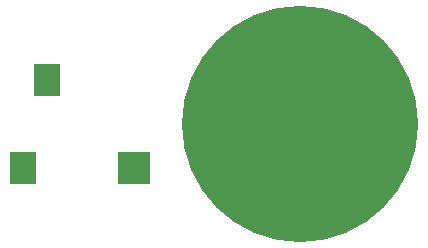
<source format=gbr>
%TF.GenerationSoftware,KiCad,Pcbnew,(5.1.6)-1*%
%TF.CreationDate,2020-10-08T10:16:56-07:00*%
%TF.ProjectId,samplepad,73616d70-6c65-4706-9164-2e6b69636164,rev?*%
%TF.SameCoordinates,Original*%
%TF.FileFunction,Paste,Top*%
%TF.FilePolarity,Positive*%
%FSLAX46Y46*%
G04 Gerber Fmt 4.6, Leading zero omitted, Abs format (unit mm)*
G04 Created by KiCad (PCBNEW (5.1.6)-1) date 2020-10-08 10:16:56*
%MOMM*%
%LPD*%
G01*
G04 APERTURE LIST*
%ADD10C,20.000000*%
%ADD11R,2.800000X2.800000*%
%ADD12R,2.200000X2.800000*%
G04 APERTURE END LIST*
D10*
%TO.C,J2*%
X112776000Y-117602000D03*
%TD*%
D11*
%TO.C,J1*%
X98764000Y-121302000D03*
D12*
X89364000Y-121302000D03*
X91364000Y-113902000D03*
%TD*%
M02*

</source>
